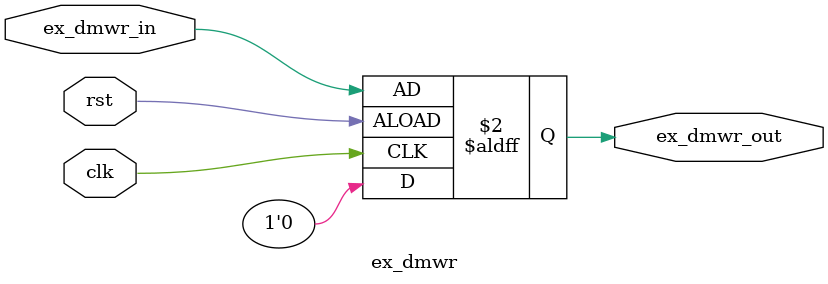
<source format=sv>
module ex_dmwr(
    input logic clk,
    input logic rst,
    input logic ex_dmwr_in = 1'b0, 
    output logic ex_dmwr_out
     
);

    always_ff @(posedge clk or negedge rst) begin
        if (rst) begin
            ex_dmwr_out <= 1'b0; 
        end else begin
            ex_dmwr_out <= ex_dmwr_in; 
        end
    end
endmodule
</source>
